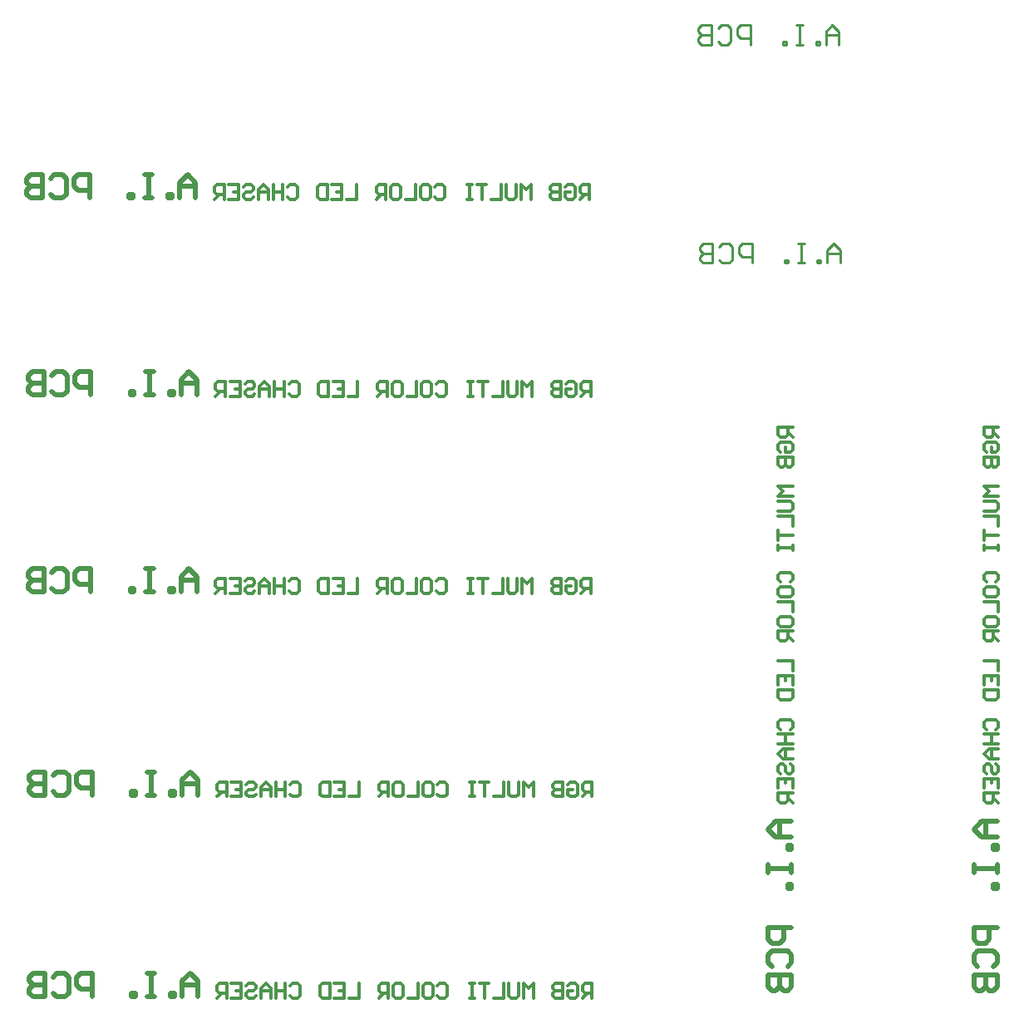
<source format=gbo>
G04 Layer_Color=32896*
%FSLAX25Y25*%
%MOIN*%
G70*
G01*
G75*
%ADD33C,0.01000*%
%ADD41C,0.01181*%
%ADD62C,0.01968*%
D33*
X332469Y386500D02*
Y391748D01*
X329845Y394372D01*
X327221Y391748D01*
Y386500D01*
Y390436D01*
X332469D01*
X324597Y386500D02*
Y387812D01*
X323285D01*
Y386500D01*
X324597D01*
X318038Y394372D02*
X315414D01*
X316726D01*
Y386500D01*
X318038D01*
X315414D01*
X311478D02*
Y387812D01*
X310166D01*
Y386500D01*
X311478D01*
X297047D02*
Y394372D01*
X293111D01*
X291799Y393060D01*
Y390436D01*
X293111Y389124D01*
X297047D01*
X283928Y393060D02*
X285240Y394372D01*
X287863D01*
X289175Y393060D01*
Y387812D01*
X287863Y386500D01*
X285240D01*
X283928Y387812D01*
X281304Y394372D02*
Y386500D01*
X277368D01*
X276056Y387812D01*
Y389124D01*
X277368Y390436D01*
X281304D01*
X277368D01*
X276056Y391748D01*
Y393060D01*
X277368Y394372D01*
X281304D01*
X333000Y299000D02*
Y304248D01*
X330376Y306872D01*
X327752Y304248D01*
Y299000D01*
Y302936D01*
X333000D01*
X325129Y299000D02*
Y300312D01*
X323817D01*
Y299000D01*
X325129D01*
X318569Y306872D02*
X315945D01*
X317257D01*
Y299000D01*
X318569D01*
X315945D01*
X312009D02*
Y300312D01*
X310698D01*
Y299000D01*
X312009D01*
X297578D02*
Y306872D01*
X293643D01*
X292331Y305560D01*
Y302936D01*
X293643Y301624D01*
X297578D01*
X284459Y305560D02*
X285771Y306872D01*
X288395D01*
X289707Y305560D01*
Y300312D01*
X288395Y299000D01*
X285771D01*
X284459Y300312D01*
X281835Y306872D02*
Y299000D01*
X277900D01*
X276588Y300312D01*
Y301624D01*
X277900Y302936D01*
X281835D01*
X277900D01*
X276588Y304248D01*
Y305560D01*
X277900Y306872D01*
X281835D01*
D41*
X396500Y233000D02*
X390596D01*
Y230048D01*
X391580Y229064D01*
X393548D01*
X394532Y230048D01*
Y233000D01*
Y231032D02*
X396500Y229064D01*
X391580Y223161D02*
X390596Y224145D01*
Y226113D01*
X391580Y227096D01*
X395516D01*
X396500Y226113D01*
Y224145D01*
X395516Y223161D01*
X393548D01*
Y225129D01*
X390596Y221193D02*
X396500D01*
Y218241D01*
X395516Y217257D01*
X394532D01*
X393548Y218241D01*
Y221193D01*
Y218241D01*
X392564Y217257D01*
X391580D01*
X390596Y218241D01*
Y221193D01*
X396500Y209386D02*
X390596D01*
X392564Y207418D01*
X390596Y205450D01*
X396500D01*
X390596Y203482D02*
X395516D01*
X396500Y202498D01*
Y200530D01*
X395516Y199546D01*
X390596D01*
Y197578D02*
X396500D01*
Y193643D01*
X390596Y191675D02*
Y187739D01*
Y189707D01*
X396500D01*
X390596Y185771D02*
Y183803D01*
Y184787D01*
X396500D01*
Y185771D01*
Y183803D01*
X391580Y171012D02*
X390596Y171996D01*
Y173964D01*
X391580Y174948D01*
X395516D01*
X396500Y173964D01*
Y171996D01*
X395516Y171012D01*
X390596Y166093D02*
Y168060D01*
X391580Y169044D01*
X395516D01*
X396500Y168060D01*
Y166093D01*
X395516Y165109D01*
X391580D01*
X390596Y166093D01*
Y163141D02*
X396500D01*
Y159205D01*
X390596Y154285D02*
Y156253D01*
X391580Y157237D01*
X395516D01*
X396500Y156253D01*
Y154285D01*
X395516Y153301D01*
X391580D01*
X390596Y154285D01*
X396500Y151333D02*
X390596D01*
Y148382D01*
X391580Y147398D01*
X393548D01*
X394532Y148382D01*
Y151333D01*
Y149366D02*
X396500Y147398D01*
X390596Y139526D02*
X396500D01*
Y135591D01*
X390596Y129687D02*
Y133623D01*
X396500D01*
Y129687D01*
X393548Y133623D02*
Y131655D01*
X390596Y127719D02*
X396500D01*
Y124767D01*
X395516Y123783D01*
X391580D01*
X390596Y124767D01*
Y127719D01*
X391580Y111976D02*
X390596Y112960D01*
Y114928D01*
X391580Y115912D01*
X395516D01*
X396500Y114928D01*
Y112960D01*
X395516Y111976D01*
X390596Y110008D02*
X396500D01*
X393548D01*
Y106073D01*
X390596D01*
X396500D01*
Y104105D02*
X392564D01*
X390596Y102137D01*
X392564Y100169D01*
X396500D01*
X393548D01*
Y104105D01*
X391580Y94265D02*
X390596Y95249D01*
Y97217D01*
X391580Y98201D01*
X392564D01*
X393548Y97217D01*
Y95249D01*
X394532Y94265D01*
X395516D01*
X396500Y95249D01*
Y97217D01*
X395516Y98201D01*
X390596Y88362D02*
Y92298D01*
X396500D01*
Y88362D01*
X393548Y92298D02*
Y90330D01*
X396500Y86394D02*
X390596D01*
Y83442D01*
X391580Y82458D01*
X393548D01*
X394532Y83442D01*
Y86394D01*
Y84426D02*
X396500Y82458D01*
X314000Y233000D02*
X308096D01*
Y230048D01*
X309080Y229064D01*
X311048D01*
X312032Y230048D01*
Y233000D01*
Y231032D02*
X314000Y229064D01*
X309080Y223161D02*
X308096Y224145D01*
Y226113D01*
X309080Y227096D01*
X313016D01*
X314000Y226113D01*
Y224145D01*
X313016Y223161D01*
X311048D01*
Y225129D01*
X308096Y221193D02*
X314000D01*
Y218241D01*
X313016Y217257D01*
X312032D01*
X311048Y218241D01*
Y221193D01*
Y218241D01*
X310064Y217257D01*
X309080D01*
X308096Y218241D01*
Y221193D01*
X314000Y209386D02*
X308096D01*
X310064Y207418D01*
X308096Y205450D01*
X314000D01*
X308096Y203482D02*
X313016D01*
X314000Y202498D01*
Y200530D01*
X313016Y199546D01*
X308096D01*
Y197578D02*
X314000D01*
Y193643D01*
X308096Y191675D02*
Y187739D01*
Y189707D01*
X314000D01*
X308096Y185771D02*
Y183803D01*
Y184787D01*
X314000D01*
Y185771D01*
Y183803D01*
X309080Y171012D02*
X308096Y171996D01*
Y173964D01*
X309080Y174948D01*
X313016D01*
X314000Y173964D01*
Y171996D01*
X313016Y171012D01*
X308096Y166093D02*
Y168060D01*
X309080Y169044D01*
X313016D01*
X314000Y168060D01*
Y166093D01*
X313016Y165109D01*
X309080D01*
X308096Y166093D01*
Y163141D02*
X314000D01*
Y159205D01*
X308096Y154285D02*
Y156253D01*
X309080Y157237D01*
X313016D01*
X314000Y156253D01*
Y154285D01*
X313016Y153301D01*
X309080D01*
X308096Y154285D01*
X314000Y151333D02*
X308096D01*
Y148382D01*
X309080Y147398D01*
X311048D01*
X312032Y148382D01*
Y151333D01*
Y149366D02*
X314000Y147398D01*
X308096Y139526D02*
X314000D01*
Y135591D01*
X308096Y129687D02*
Y133623D01*
X314000D01*
Y129687D01*
X311048Y133623D02*
Y131655D01*
X308096Y127719D02*
X314000D01*
Y124767D01*
X313016Y123783D01*
X309080D01*
X308096Y124767D01*
Y127719D01*
X309080Y111976D02*
X308096Y112960D01*
Y114928D01*
X309080Y115912D01*
X313016D01*
X314000Y114928D01*
Y112960D01*
X313016Y111976D01*
X308096Y110008D02*
X314000D01*
X311048D01*
Y106073D01*
X308096D01*
X314000D01*
Y104105D02*
X310064D01*
X308096Y102137D01*
X310064Y100169D01*
X314000D01*
X311048D01*
Y104105D01*
X309080Y94265D02*
X308096Y95249D01*
Y97217D01*
X309080Y98201D01*
X310064D01*
X311048Y97217D01*
Y95249D01*
X312032Y94265D01*
X313016D01*
X314000Y95249D01*
Y97217D01*
X313016Y98201D01*
X308096Y88362D02*
Y92298D01*
X314000D01*
Y88362D01*
X311048Y92298D02*
Y90330D01*
X314000Y86394D02*
X308096D01*
Y83442D01*
X309080Y82458D01*
X311048D01*
X312032Y83442D01*
Y86394D01*
Y84426D02*
X314000Y82458D01*
X233500Y85000D02*
Y90904D01*
X230548D01*
X229564Y89920D01*
Y87952D01*
X230548Y86968D01*
X233500D01*
X231532D02*
X229564Y85000D01*
X223661Y89920D02*
X224645Y90904D01*
X226612D01*
X227596Y89920D01*
Y85984D01*
X226612Y85000D01*
X224645D01*
X223661Y85984D01*
Y87952D01*
X225628D01*
X221693Y90904D02*
Y85000D01*
X218741D01*
X217757Y85984D01*
Y86968D01*
X218741Y87952D01*
X221693D01*
X218741D01*
X217757Y88936D01*
Y89920D01*
X218741Y90904D01*
X221693D01*
X209886Y85000D02*
Y90904D01*
X207918Y88936D01*
X205950Y90904D01*
Y85000D01*
X203982Y90904D02*
Y85984D01*
X202998Y85000D01*
X201030D01*
X200046Y85984D01*
Y90904D01*
X198078D02*
Y85000D01*
X194143D01*
X192175Y90904D02*
X188239D01*
X190207D01*
Y85000D01*
X186271Y90904D02*
X184303D01*
X185287D01*
Y85000D01*
X186271D01*
X184303D01*
X171512Y89920D02*
X172496Y90904D01*
X174464D01*
X175448Y89920D01*
Y85984D01*
X174464Y85000D01*
X172496D01*
X171512Y85984D01*
X166593Y90904D02*
X168560D01*
X169544Y89920D01*
Y85984D01*
X168560Y85000D01*
X166593D01*
X165609Y85984D01*
Y89920D01*
X166593Y90904D01*
X163641D02*
Y85000D01*
X159705D01*
X154785Y90904D02*
X156753D01*
X157737Y89920D01*
Y85984D01*
X156753Y85000D01*
X154785D01*
X153801Y85984D01*
Y89920D01*
X154785Y90904D01*
X151833Y85000D02*
Y90904D01*
X148882D01*
X147898Y89920D01*
Y87952D01*
X148882Y86968D01*
X151833D01*
X149866D02*
X147898Y85000D01*
X140026Y90904D02*
Y85000D01*
X136091D01*
X130187Y90904D02*
X134123D01*
Y85000D01*
X130187D01*
X134123Y87952D02*
X132155D01*
X128219Y90904D02*
Y85000D01*
X125267D01*
X124283Y85984D01*
Y89920D01*
X125267Y90904D01*
X128219D01*
X112476Y89920D02*
X113460Y90904D01*
X115428D01*
X116412Y89920D01*
Y85984D01*
X115428Y85000D01*
X113460D01*
X112476Y85984D01*
X110508Y90904D02*
Y85000D01*
Y87952D01*
X106573D01*
Y90904D01*
Y85000D01*
X104605D02*
Y88936D01*
X102637Y90904D01*
X100669Y88936D01*
Y85000D01*
Y87952D01*
X104605D01*
X94765Y89920D02*
X95749Y90904D01*
X97717D01*
X98701Y89920D01*
Y88936D01*
X97717Y87952D01*
X95749D01*
X94765Y86968D01*
Y85984D01*
X95749Y85000D01*
X97717D01*
X98701Y85984D01*
X88862Y90904D02*
X92797D01*
Y85000D01*
X88862D01*
X92797Y87952D02*
X90830D01*
X86894Y85000D02*
Y90904D01*
X83942D01*
X82958Y89920D01*
Y87952D01*
X83942Y86968D01*
X86894D01*
X84926D02*
X82958Y85000D01*
X233000Y166500D02*
Y172404D01*
X230048D01*
X229064Y171420D01*
Y169452D01*
X230048Y168468D01*
X233000D01*
X231032D02*
X229064Y166500D01*
X223161Y171420D02*
X224145Y172404D01*
X226113D01*
X227096Y171420D01*
Y167484D01*
X226113Y166500D01*
X224145D01*
X223161Y167484D01*
Y169452D01*
X225129D01*
X221193Y172404D02*
Y166500D01*
X218241D01*
X217257Y167484D01*
Y168468D01*
X218241Y169452D01*
X221193D01*
X218241D01*
X217257Y170436D01*
Y171420D01*
X218241Y172404D01*
X221193D01*
X209386Y166500D02*
Y172404D01*
X207418Y170436D01*
X205450Y172404D01*
Y166500D01*
X203482Y172404D02*
Y167484D01*
X202498Y166500D01*
X200530D01*
X199546Y167484D01*
Y172404D01*
X197578D02*
Y166500D01*
X193643D01*
X191675Y172404D02*
X187739D01*
X189707D01*
Y166500D01*
X185771Y172404D02*
X183803D01*
X184787D01*
Y166500D01*
X185771D01*
X183803D01*
X171012Y171420D02*
X171996Y172404D01*
X173964D01*
X174948Y171420D01*
Y167484D01*
X173964Y166500D01*
X171996D01*
X171012Y167484D01*
X166093Y172404D02*
X168060D01*
X169044Y171420D01*
Y167484D01*
X168060Y166500D01*
X166093D01*
X165109Y167484D01*
Y171420D01*
X166093Y172404D01*
X163141D02*
Y166500D01*
X159205D01*
X154285Y172404D02*
X156253D01*
X157237Y171420D01*
Y167484D01*
X156253Y166500D01*
X154285D01*
X153301Y167484D01*
Y171420D01*
X154285Y172404D01*
X151333Y166500D02*
Y172404D01*
X148382D01*
X147398Y171420D01*
Y169452D01*
X148382Y168468D01*
X151333D01*
X149366D02*
X147398Y166500D01*
X139526Y172404D02*
Y166500D01*
X135591D01*
X129687Y172404D02*
X133623D01*
Y166500D01*
X129687D01*
X133623Y169452D02*
X131655D01*
X127719Y172404D02*
Y166500D01*
X124767D01*
X123783Y167484D01*
Y171420D01*
X124767Y172404D01*
X127719D01*
X111976Y171420D02*
X112960Y172404D01*
X114928D01*
X115912Y171420D01*
Y167484D01*
X114928Y166500D01*
X112960D01*
X111976Y167484D01*
X110008Y172404D02*
Y166500D01*
Y169452D01*
X106073D01*
Y172404D01*
Y166500D01*
X104105D02*
Y170436D01*
X102137Y172404D01*
X100169Y170436D01*
Y166500D01*
Y169452D01*
X104105D01*
X94265Y171420D02*
X95249Y172404D01*
X97217D01*
X98201Y171420D01*
Y170436D01*
X97217Y169452D01*
X95249D01*
X94265Y168468D01*
Y167484D01*
X95249Y166500D01*
X97217D01*
X98201Y167484D01*
X88362Y172404D02*
X92298D01*
Y166500D01*
X88362D01*
X92298Y169452D02*
X90330D01*
X86394Y166500D02*
Y172404D01*
X83442D01*
X82458Y171420D01*
Y169452D01*
X83442Y168468D01*
X86394D01*
X84426D02*
X82458Y166500D01*
X233000Y245500D02*
Y251404D01*
X230048D01*
X229064Y250420D01*
Y248452D01*
X230048Y247468D01*
X233000D01*
X231032D02*
X229064Y245500D01*
X223161Y250420D02*
X224145Y251404D01*
X226113D01*
X227096Y250420D01*
Y246484D01*
X226113Y245500D01*
X224145D01*
X223161Y246484D01*
Y248452D01*
X225129D01*
X221193Y251404D02*
Y245500D01*
X218241D01*
X217257Y246484D01*
Y247468D01*
X218241Y248452D01*
X221193D01*
X218241D01*
X217257Y249436D01*
Y250420D01*
X218241Y251404D01*
X221193D01*
X209386Y245500D02*
Y251404D01*
X207418Y249436D01*
X205450Y251404D01*
Y245500D01*
X203482Y251404D02*
Y246484D01*
X202498Y245500D01*
X200530D01*
X199546Y246484D01*
Y251404D01*
X197578D02*
Y245500D01*
X193643D01*
X191675Y251404D02*
X187739D01*
X189707D01*
Y245500D01*
X185771Y251404D02*
X183803D01*
X184787D01*
Y245500D01*
X185771D01*
X183803D01*
X171012Y250420D02*
X171996Y251404D01*
X173964D01*
X174948Y250420D01*
Y246484D01*
X173964Y245500D01*
X171996D01*
X171012Y246484D01*
X166093Y251404D02*
X168060D01*
X169044Y250420D01*
Y246484D01*
X168060Y245500D01*
X166093D01*
X165109Y246484D01*
Y250420D01*
X166093Y251404D01*
X163141D02*
Y245500D01*
X159205D01*
X154285Y251404D02*
X156253D01*
X157237Y250420D01*
Y246484D01*
X156253Y245500D01*
X154285D01*
X153301Y246484D01*
Y250420D01*
X154285Y251404D01*
X151333Y245500D02*
Y251404D01*
X148382D01*
X147398Y250420D01*
Y248452D01*
X148382Y247468D01*
X151333D01*
X149366D02*
X147398Y245500D01*
X139526Y251404D02*
Y245500D01*
X135591D01*
X129687Y251404D02*
X133623D01*
Y245500D01*
X129687D01*
X133623Y248452D02*
X131655D01*
X127719Y251404D02*
Y245500D01*
X124767D01*
X123783Y246484D01*
Y250420D01*
X124767Y251404D01*
X127719D01*
X111976Y250420D02*
X112960Y251404D01*
X114928D01*
X115912Y250420D01*
Y246484D01*
X114928Y245500D01*
X112960D01*
X111976Y246484D01*
X110008Y251404D02*
Y245500D01*
Y248452D01*
X106073D01*
Y251404D01*
Y245500D01*
X104105D02*
Y249436D01*
X102137Y251404D01*
X100169Y249436D01*
Y245500D01*
Y248452D01*
X104105D01*
X94265Y250420D02*
X95249Y251404D01*
X97217D01*
X98201Y250420D01*
Y249436D01*
X97217Y248452D01*
X95249D01*
X94265Y247468D01*
Y246484D01*
X95249Y245500D01*
X97217D01*
X98201Y246484D01*
X88362Y251404D02*
X92298D01*
Y245500D01*
X88362D01*
X92298Y248452D02*
X90330D01*
X86394Y245500D02*
Y251404D01*
X83442D01*
X82458Y250420D01*
Y248452D01*
X83442Y247468D01*
X86394D01*
X84426D02*
X82458Y245500D01*
X232500Y324500D02*
Y330404D01*
X229548D01*
X228564Y329420D01*
Y327452D01*
X229548Y326468D01*
X232500D01*
X230532D02*
X228564Y324500D01*
X222661Y329420D02*
X223645Y330404D01*
X225612D01*
X226596Y329420D01*
Y325484D01*
X225612Y324500D01*
X223645D01*
X222661Y325484D01*
Y327452D01*
X224628D01*
X220693Y330404D02*
Y324500D01*
X217741D01*
X216757Y325484D01*
Y326468D01*
X217741Y327452D01*
X220693D01*
X217741D01*
X216757Y328436D01*
Y329420D01*
X217741Y330404D01*
X220693D01*
X208886Y324500D02*
Y330404D01*
X206918Y328436D01*
X204950Y330404D01*
Y324500D01*
X202982Y330404D02*
Y325484D01*
X201998Y324500D01*
X200030D01*
X199046Y325484D01*
Y330404D01*
X197078D02*
Y324500D01*
X193143D01*
X191175Y330404D02*
X187239D01*
X189207D01*
Y324500D01*
X185271Y330404D02*
X183303D01*
X184287D01*
Y324500D01*
X185271D01*
X183303D01*
X170512Y329420D02*
X171496Y330404D01*
X173464D01*
X174448Y329420D01*
Y325484D01*
X173464Y324500D01*
X171496D01*
X170512Y325484D01*
X165593Y330404D02*
X167560D01*
X168544Y329420D01*
Y325484D01*
X167560Y324500D01*
X165593D01*
X164609Y325484D01*
Y329420D01*
X165593Y330404D01*
X162641D02*
Y324500D01*
X158705D01*
X153785Y330404D02*
X155753D01*
X156737Y329420D01*
Y325484D01*
X155753Y324500D01*
X153785D01*
X152801Y325484D01*
Y329420D01*
X153785Y330404D01*
X150833Y324500D02*
Y330404D01*
X147882D01*
X146898Y329420D01*
Y327452D01*
X147882Y326468D01*
X150833D01*
X148866D02*
X146898Y324500D01*
X139026Y330404D02*
Y324500D01*
X135091D01*
X129187Y330404D02*
X133123D01*
Y324500D01*
X129187D01*
X133123Y327452D02*
X131155D01*
X127219Y330404D02*
Y324500D01*
X124267D01*
X123283Y325484D01*
Y329420D01*
X124267Y330404D01*
X127219D01*
X111476Y329420D02*
X112460Y330404D01*
X114428D01*
X115412Y329420D01*
Y325484D01*
X114428Y324500D01*
X112460D01*
X111476Y325484D01*
X109508Y330404D02*
Y324500D01*
Y327452D01*
X105573D01*
Y330404D01*
Y324500D01*
X103605D02*
Y328436D01*
X101637Y330404D01*
X99669Y328436D01*
Y324500D01*
Y327452D01*
X103605D01*
X93765Y329420D02*
X94749Y330404D01*
X96717D01*
X97701Y329420D01*
Y328436D01*
X96717Y327452D01*
X94749D01*
X93765Y326468D01*
Y325484D01*
X94749Y324500D01*
X96717D01*
X97701Y325484D01*
X87862Y330404D02*
X91798D01*
Y324500D01*
X87862D01*
X91798Y327452D02*
X89830D01*
X85894Y324500D02*
Y330404D01*
X82942D01*
X81958Y329420D01*
Y327452D01*
X82942Y326468D01*
X85894D01*
X83926D02*
X81958Y324500D01*
X233500Y4197D02*
Y10100D01*
X230548D01*
X229564Y9116D01*
Y7149D01*
X230548Y6165D01*
X233500D01*
X231532D02*
X229564Y4197D01*
X223661Y9116D02*
X224645Y10100D01*
X226612D01*
X227596Y9116D01*
Y5181D01*
X226612Y4197D01*
X224645D01*
X223661Y5181D01*
Y7149D01*
X225628D01*
X221693Y10100D02*
Y4197D01*
X218741D01*
X217757Y5181D01*
Y6165D01*
X218741Y7149D01*
X221693D01*
X218741D01*
X217757Y8133D01*
Y9116D01*
X218741Y10100D01*
X221693D01*
X209886Y4197D02*
Y10100D01*
X207918Y8133D01*
X205950Y10100D01*
Y4197D01*
X203982Y10100D02*
Y5181D01*
X202998Y4197D01*
X201030D01*
X200046Y5181D01*
Y10100D01*
X198078D02*
Y4197D01*
X194143D01*
X192175Y10100D02*
X188239D01*
X190207D01*
Y4197D01*
X186271Y10100D02*
X184303D01*
X185287D01*
Y4197D01*
X186271D01*
X184303D01*
X171512Y9116D02*
X172496Y10100D01*
X174464D01*
X175448Y9116D01*
Y5181D01*
X174464Y4197D01*
X172496D01*
X171512Y5181D01*
X166593Y10100D02*
X168560D01*
X169544Y9116D01*
Y5181D01*
X168560Y4197D01*
X166593D01*
X165609Y5181D01*
Y9116D01*
X166593Y10100D01*
X163641D02*
Y4197D01*
X159705D01*
X154785Y10100D02*
X156753D01*
X157737Y9116D01*
Y5181D01*
X156753Y4197D01*
X154785D01*
X153801Y5181D01*
Y9116D01*
X154785Y10100D01*
X151833Y4197D02*
Y10100D01*
X148882D01*
X147898Y9116D01*
Y7149D01*
X148882Y6165D01*
X151833D01*
X149866D02*
X147898Y4197D01*
X140026Y10100D02*
Y4197D01*
X136091D01*
X130187Y10100D02*
X134123D01*
Y4197D01*
X130187D01*
X134123Y7149D02*
X132155D01*
X128219Y10100D02*
Y4197D01*
X125267D01*
X124283Y5181D01*
Y9116D01*
X125267Y10100D01*
X128219D01*
X112476Y9116D02*
X113460Y10100D01*
X115428D01*
X116412Y9116D01*
Y5181D01*
X115428Y4197D01*
X113460D01*
X112476Y5181D01*
X110508Y10100D02*
Y4197D01*
Y7149D01*
X106573D01*
Y10100D01*
Y4197D01*
X104605D02*
Y8133D01*
X102637Y10100D01*
X100669Y8133D01*
Y4197D01*
Y7149D01*
X104605D01*
X94765Y9116D02*
X95749Y10100D01*
X97717D01*
X98701Y9116D01*
Y8133D01*
X97717Y7149D01*
X95749D01*
X94765Y6165D01*
Y5181D01*
X95749Y4197D01*
X97717D01*
X98701Y5181D01*
X88862Y10100D02*
X92797D01*
Y4197D01*
X88862D01*
X92797Y7149D02*
X90830D01*
X86894Y4197D02*
Y10100D01*
X83942D01*
X82958Y9116D01*
Y7149D01*
X83942Y6165D01*
X86894D01*
X84926D02*
X82958Y4197D01*
D62*
X396000Y75000D02*
X389703D01*
X386554Y71851D01*
X389703Y68703D01*
X396000D01*
X391277D01*
Y75000D01*
X396000Y65554D02*
X394426D01*
Y63980D01*
X396000D01*
Y65554D01*
X386554Y57683D02*
Y54534D01*
Y56108D01*
X396000D01*
Y57683D01*
Y54534D01*
Y49811D02*
X394426D01*
Y48237D01*
X396000D01*
Y49811D01*
Y32494D02*
X386554D01*
Y27771D01*
X388128Y26197D01*
X391277D01*
X392851Y27771D01*
Y32494D01*
X388128Y16751D02*
X386554Y18325D01*
Y21474D01*
X388128Y23048D01*
X394426D01*
X396000Y21474D01*
Y18325D01*
X394426Y16751D01*
X386554Y13602D02*
X396000D01*
Y8880D01*
X394426Y7305D01*
X392851D01*
X391277Y8880D01*
Y13602D01*
Y8880D01*
X389703Y7305D01*
X388128D01*
X386554Y8880D01*
Y13602D01*
X313500Y75000D02*
X307203D01*
X304054Y71851D01*
X307203Y68703D01*
X313500D01*
X308777D01*
Y75000D01*
X313500Y65554D02*
X311926D01*
Y63980D01*
X313500D01*
Y65554D01*
X304054Y57683D02*
Y54534D01*
Y56108D01*
X313500D01*
Y57683D01*
Y54534D01*
Y49811D02*
X311926D01*
Y48237D01*
X313500D01*
Y49811D01*
Y32494D02*
X304054D01*
Y27771D01*
X305628Y26197D01*
X308777D01*
X310351Y27771D01*
Y32494D01*
X305628Y16751D02*
X304054Y18325D01*
Y21474D01*
X305628Y23048D01*
X311926D01*
X313500Y21474D01*
Y18325D01*
X311926Y16751D01*
X304054Y13602D02*
X313500D01*
Y8880D01*
X311926Y7305D01*
X310351D01*
X308777Y8880D01*
Y13602D01*
Y8880D01*
X307203Y7305D01*
X305628D01*
X304054Y8880D01*
Y13602D01*
X75500Y85500D02*
Y91797D01*
X72351Y94946D01*
X69203Y91797D01*
Y85500D01*
Y90223D01*
X75500D01*
X66054Y85500D02*
Y87074D01*
X64480D01*
Y85500D01*
X66054D01*
X58183Y94946D02*
X55034D01*
X56608D01*
Y85500D01*
X58183D01*
X55034D01*
X50311D02*
Y87074D01*
X48737D01*
Y85500D01*
X50311D01*
X32994D02*
Y94946D01*
X28271D01*
X26697Y93371D01*
Y90223D01*
X28271Y88649D01*
X32994D01*
X17251Y93371D02*
X18825Y94946D01*
X21974D01*
X23548Y93371D01*
Y87074D01*
X21974Y85500D01*
X18825D01*
X17251Y87074D01*
X14103Y94946D02*
Y85500D01*
X9380D01*
X7805Y87074D01*
Y88649D01*
X9380Y90223D01*
X14103D01*
X9380D01*
X7805Y91797D01*
Y93371D01*
X9380Y94946D01*
X14103D01*
X75000Y167000D02*
Y173297D01*
X71851Y176446D01*
X68703Y173297D01*
Y167000D01*
Y171723D01*
X75000D01*
X65554Y167000D02*
Y168574D01*
X63980D01*
Y167000D01*
X65554D01*
X57683Y176446D02*
X54534D01*
X56108D01*
Y167000D01*
X57683D01*
X54534D01*
X49811D02*
Y168574D01*
X48237D01*
Y167000D01*
X49811D01*
X32494D02*
Y176446D01*
X27771D01*
X26197Y174872D01*
Y171723D01*
X27771Y170149D01*
X32494D01*
X16751Y174872D02*
X18325Y176446D01*
X21474D01*
X23048Y174872D01*
Y168574D01*
X21474Y167000D01*
X18325D01*
X16751Y168574D01*
X13602Y176446D02*
Y167000D01*
X8880D01*
X7305Y168574D01*
Y170149D01*
X8880Y171723D01*
X13602D01*
X8880D01*
X7305Y173297D01*
Y174872D01*
X8880Y176446D01*
X13602D01*
X75000Y246000D02*
Y252297D01*
X71851Y255446D01*
X68703Y252297D01*
Y246000D01*
Y250723D01*
X75000D01*
X65554Y246000D02*
Y247574D01*
X63980D01*
Y246000D01*
X65554D01*
X57683Y255446D02*
X54534D01*
X56108D01*
Y246000D01*
X57683D01*
X54534D01*
X49811D02*
Y247574D01*
X48237D01*
Y246000D01*
X49811D01*
X32494D02*
Y255446D01*
X27771D01*
X26197Y253871D01*
Y250723D01*
X27771Y249149D01*
X32494D01*
X16751Y253871D02*
X18325Y255446D01*
X21474D01*
X23048Y253871D01*
Y247574D01*
X21474Y246000D01*
X18325D01*
X16751Y247574D01*
X13602Y255446D02*
Y246000D01*
X8880D01*
X7305Y247574D01*
Y249149D01*
X8880Y250723D01*
X13602D01*
X8880D01*
X7305Y252297D01*
Y253871D01*
X8880Y255446D01*
X13602D01*
X74500Y325000D02*
Y331297D01*
X71351Y334446D01*
X68203Y331297D01*
Y325000D01*
Y329723D01*
X74500D01*
X65054Y325000D02*
Y326574D01*
X63480D01*
Y325000D01*
X65054D01*
X57183Y334446D02*
X54034D01*
X55608D01*
Y325000D01*
X57183D01*
X54034D01*
X49311D02*
Y326574D01*
X47737D01*
Y325000D01*
X49311D01*
X31994D02*
Y334446D01*
X27271D01*
X25697Y332872D01*
Y329723D01*
X27271Y328149D01*
X31994D01*
X16251Y332872D02*
X17825Y334446D01*
X20974D01*
X22548Y332872D01*
Y326574D01*
X20974Y325000D01*
X17825D01*
X16251Y326574D01*
X13103Y334446D02*
Y325000D01*
X8380D01*
X6805Y326574D01*
Y328149D01*
X8380Y329723D01*
X13103D01*
X8380D01*
X6805Y331297D01*
Y332872D01*
X8380Y334446D01*
X13103D01*
X75500Y4697D02*
Y10994D01*
X72351Y14143D01*
X69203Y10994D01*
Y4697D01*
Y9420D01*
X75500D01*
X66054Y4697D02*
Y6271D01*
X64480D01*
Y4697D01*
X66054D01*
X58183Y14143D02*
X55034D01*
X56608D01*
Y4697D01*
X58183D01*
X55034D01*
X50311D02*
Y6271D01*
X48737D01*
Y4697D01*
X50311D01*
X32994D02*
Y14143D01*
X28271D01*
X26697Y12568D01*
Y9420D01*
X28271Y7845D01*
X32994D01*
X17251Y12568D02*
X18825Y14143D01*
X21974D01*
X23548Y12568D01*
Y6271D01*
X21974Y4697D01*
X18825D01*
X17251Y6271D01*
X14103Y14143D02*
Y4697D01*
X9380D01*
X7805Y6271D01*
Y7845D01*
X9380Y9420D01*
X14103D01*
X9380D01*
X7805Y10994D01*
Y12568D01*
X9380Y14143D01*
X14103D01*
M02*

</source>
